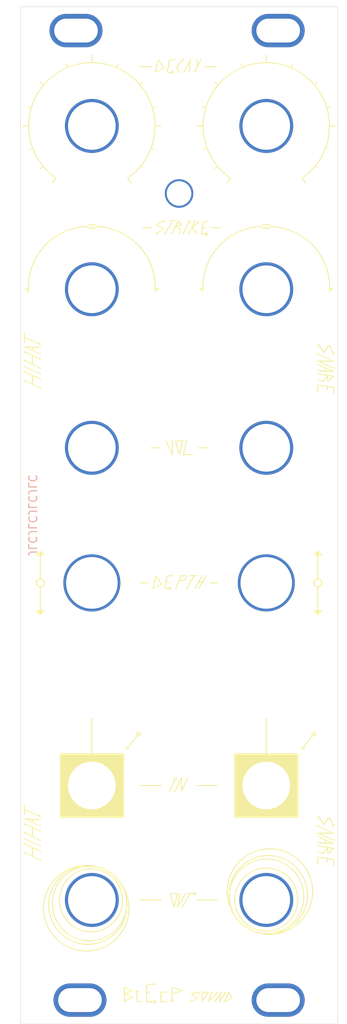
<source format=kicad_pcb>
(kicad_pcb (version 20211014) (generator pcbnew)
  (layers (0 "F.Cu" signal) (31 "B.Cu" signal) (34 "B.Paste" user) (35 "F.Paste" user) (36 "B.SilkS" user "B.Silkscreen") (37 "F.SilkS" user "F.Silkscreen") (38 "B.Mask" user) (39 "F.Mask" user) (44 "Edge.Cuts" user))
  (net 0 "")
  (footprint "Synth:Doepfer Mounting hole" (layer "F.Cu") (at 91.5 29)
    (fp_text reference "REF**" hide)
    (fp_text value "Doepfer Mounting hole")
    (pad "1" thru_hole oval locked (at 0 0) (size 6.7 4.2) (drill oval 5.5 3) (layers *.Cu *.Mask))
  )
  (footprint "Synth:Doepfer Mounting hole" (layer "F.Cu") (at 117 151)
    (fp_text reference "REF**" hide)
    (fp_text value "Doepfer Mounting hole")
    (pad "1" thru_hole oval locked (at 0 0) (size 6.7 4.2) (drill oval 5.5 3) (layers *.Cu *.Mask))
  )
  (footprint "Synth:Doepfer Mounting hole" (layer "F.Cu") (at 117 29)
    (fp_text reference "REF**" hide)
    (fp_text value "Doepfer Mounting hole")
    (pad "1" thru_hole oval locked (at 0 0) (size 6.7 4.2) (drill oval 5.5 3) (layers *.Cu *.Mask))
  )
  (footprint "Synth:Doepfer Mounting hole" (layer "F.Cu") (at 92 151)
    (fp_text reference "REF**" hide)
    (fp_text value "Doepfer Mounting hole")
    (pad "1" thru_hole oval locked (at 0 0) (size 6.7 4.2) (drill oval 5.5 3) (layers *.Cu *.Mask))
  )
  (gr_line (start 101.9 32.65) (end 101.5 34.25) (layer "F.SilkS") (width 0.12))
  (gr_circle (center 115.55 137.95) (end 112.55 134.35) (layer "F.SilkS") (width 0.12) (fill none))
  (gr_line (start 108.1 54.6) (end 107.9 54.4) (layer "F.SilkS") (width 0.12))
  (gr_line (start 99.4 117.5) (end 97.9 119.4) (layer "F.SilkS") (width 0.12))
  (gr_line (start 87 68.5) (end 86.8 68.6) (layer "F.SilkS") (width 0.12))
  (gr_line (start 123.6 38.572083) (end 123.14 38.712083) (layer "F.SilkS") (width 0.12))
  (gr_line (start 101.6 54.6) (end 101.8 54.6) (layer "F.SilkS") (width 0.12))
  (gr_line (start 101.5 34.25) (end 102.6 33.75) (layer "F.SilkS") (width 0.12))
  (gr_line (start 105.6 123) (end 105.5 123) (layer "F.SilkS") (width 0.12))
  (gr_line (start 85 128.8) (end 85 128.9) (layer "F.SilkS") (width 0.12))
  (gr_line (start 115.5 33.033694) (end 115.5 32.072083) (layer "F.SilkS") (width 0.12))
  (gr_line (start 102.7 99.2) (end 103.4 99.2) (layer "F.SilkS") (width 0.12))
  (gr_line (start 110.4 150) (end 110.2 150) (layer "F.SilkS") (width 0.12))
  (gr_line (start 115 53.45) (end 116 53.45) (layer "F.SilkS") (width 0.12))
  (gr_line (start 100.8 149) (end 101.6 149) (layer "F.SilkS") (width 0.12))
  (gr_line (start 87 129.7) (end 87 129.8) (layer "F.SilkS") (width 0.12))
  (gr_line (start 102.9 98) (end 102.7 99.2) (layer "F.SilkS") (width 0.12))
  (gr_line (start 124 72.5) (end 123.3 73.2) (layer "F.SilkS") (width 0.12))
  (gr_line (start 104.8 124.7) (end 105.6 123) (layer "F.SilkS") (width 0.12))
  (gr_line (start 102.2 150.6) (end 102.4 150.6) (layer "F.SilkS") (width 0.12))
  (gr_line (start 102.3 98.7) (end 101.6 97.6) (layer "F.SilkS") (width 0.12))
  (gr_line (start 85.513118 41) (end 84.741506 41) (layer "F.SilkS") (width 0.12))
  (gr_line (start 121.93 46.212083) (end 121.69 46.012083) (layer "F.SilkS") (width 0.12))
  (gr_line (start 106.1 53.9) (end 106.6 54.2) (layer "F.SilkS") (width 0.12))
  (gr_line (start 103.9 139.3) (end 103.4 137.6) (layer "F.SilkS") (width 0.12))
  (gr_line (start 124 129.1) (end 124.1 128.9) (layer "F.SilkS") (width 0.12))
  (gr_line (start 102.2 150) (end 102.2 151.2) (layer "F.SilkS") (width 0.12))
  (gr_line (start 86 131.8) (end 87 132.2) (layer "F.SilkS") (width 0.12))
  (gr_line (start 87 35.472083) (end 87.41 35.822083) (layer "F.SilkS") (width 0.12))
  (gr_line (start 103.6 151.2) (end 103.6 151) (layer "F.SilkS") (width 0.12))
  (gr_line (start 122 127.9) (end 122 128.1) (layer "F.SilkS") (width 0.12))
  (gr_line (start 103.5 99.2) (end 103.3 99.4) (layer "F.SilkS") (width 0.12))
  (gr_line (start 106.7 124) (end 109.4 124) (layer "F.SilkS") (width 0.12))
  (gr_line (start 104.1 123) (end 104.2 123.2) (layer "F.SilkS") (width 0.12))
  (gr_line (start 105.5 99.2) (end 105.7 99.1) (layer "F.SilkS") (width 0.12))
  (gr_line (start 102.6 52.9) (end 102.4 52.9) (layer "F.SilkS") (width 0.12))
  (gr_line (start 103.6 151.2) (end 103.8 151) (layer "F.SilkS") (width 0.12))
  (gr_line (start 122.7 132.5) (end 122 132.4) (layer "F.SilkS") (width 0.12))
  (gr_line (start 100.4 151.2) (end 101.6 151.2) (layer "F.SilkS") (width 0.12))
  (gr_circle (center 115.75 137.75) (end 113.95 133.15) (layer "F.SilkS") (width 0.12) (fill none))
  (gr_line (start 86 132.9) (end 86 131.8) (layer "F.SilkS") (width 0.12))
  (gr_line (start 108.4 98.5) (end 109.4 98.5) (layer "F.SilkS") (width 0.12))
  (gr_line (start 104 124.7) (end 103.9 124.7) (layer "F.SilkS") (width 0.12))
  (gr_line (start 85 129.9) (end 85 130) (layer "F.SilkS") (width 0.12))
  (gr_line (start 100.4 149.4) (end 100.4 151.2) (layer "F.SilkS") (width 0.12))
  (gr_line (start 124 71.9) (end 122 71) (layer "F.SilkS") (width 0.12))
  (gr_line (start 87 71.5) (end 87 71.6) (layer "F.SilkS") (width 0.12))
  (gr_arc (start 116 53.65) (mid 121.350137 56.011407) (end 123.5 61.45) (layer "F.SilkS") (width 0.12))
  (gr_line (start 102.85 80.65) (end 103.65 82.35) (layer "F.SilkS") (width 0.12))
  (gr_line (start 103.3 52.9) (end 104 52.9) (layer "F.SilkS") (width 0.12))
  (gr_poly (pts (xy 122 102.5) (xy 121.5 102) (xy 122.5 102)) (layer "F.SilkS") (width 0.1) (fill solid))
  (gr_line (start 90.3 33.172083) (end 90.49 33.622083) (layer "F.SilkS") (width 0.12))
  (gr_line (start 93 53.45) (end 94 53.45) (layer "F.SilkS") (width 0.12))
  (gr_line (start 98.6 149.8) (end 97.6 149.4) (layer "F.SilkS") (width 0.12))
  (gr_line (start 102.6 52.9) (end 102.6 53.1) (layer "F.SilkS") (width 0.12))
  (gr_line (start 103.5 99.2) (end 103.3 99) (layer "F.SilkS") (width 0.12))
  (gr_line (start 105.45 80.65) (end 105.35 80.65) (layer "F.SilkS") (width 0.12))
  (gr_line (start 102.3 138.4) (end 99.6 138.4) (layer "F.SilkS") (width 0.12))
  (gr_line (start 109.6 151.2) (end 110.4 150) (layer "F.SilkS") (width 0.12))
  (gr_line (start 101.6 54.6) (end 101.6 54.4) (layer "F.SilkS") (width 0.12))
  (gr_line (start 124 71.5) (end 122 70.6) (layer "F.SilkS") (width 0.12))
  (gr_line (start 123.2 131.8) (end 122.7 132.5) (layer "F.SilkS") (width 0.12))
  (gr_line (start 97.6 149.4) (end 97.6 151.2) (layer "F.SilkS") (width 0.12))
  (gr_line (start 85.4 38.572083) (end 85.86 38.712083) (layer "F.SilkS") (width 0.12))
  (gr_circle (center 115.95 137.35) (end 113.95 132.35) (layer "F.SilkS") (width 0.12) (fill none))
  (gr_line (start 86 72.4) (end 85 71.9) (layer "F.SilkS") (width 0.12))
  (gr_line (start 105.5 97.6) (end 105.2 98.2) (layer "F.SilkS") (width 0.12))
  (gr_line (start 121.89 35.472083) (end 121.54 35.792083) (layer "F.SilkS") (width 0.12))
  (gr_line (start 118.8 33.272083) (end 118.64 33.652083) (layer "F.SilkS") (width 0.12))
  (gr_line (start 85 67.6) (end 87 68.5) (layer "F.SilkS") (width 0.12))
  (gr_line (start 87 127.9) (end 86.9 127.7) (layer "F.SilkS") (width 0.12))
  (gr_line (start 98 47.572083) (end 98.45 48.182083) (layer "F.SilkS") (width 0.12))
  (gr_arc (start 102.9 98) (mid 103.017157 97.717157) (end 103.3 97.6) (layer "F.SilkS") (width 0.12))
  (gr_line (start 102.6 33.75) (end 101.9 32.65) (layer "F.SilkS") (width 0.12))
  (gr_line (start 105.7 54.6) (end 106.5 52.9) (layer "F.SilkS") (width 0.12))
  (gr_line (start 107.5 53.4) (end 107.3 54.6) (layer "F.SilkS") (width 0.12))
  (gr_line (start 106.4 97.6) (end 105.5 99.2) (layer "F.SilkS") (width 0.12))
  (gr_line (start 105.8 52.9) (end 105.9 53.1) (layer "F.SilkS") (width 0.12))
  (gr_circle (center 92.8 139.45) (end 94.8 144.45) (layer "F.SilkS") (width 0.12) (fill none))
  (gr_line (start 112.3 33.172083) (end 112.49 33.622083) (layer "F.SilkS") (width 0.12))
  (gr_line (start 105 32.65) (end 105.1 32.75) (layer "F.SilkS") (width 0.12))
  (gr_line (start 87 132.2) (end 87 132.3) (layer "F.SilkS") (width 0.12))
  (gr_line (start 87 72.8) (end 87 72.9) (layer "F.SilkS") (width 0.12))
  (gr_line (start 106.2 137.6) (end 106.6 137.6) (layer "F.SilkS") (width 0.12))
  (gr_line (start 107.4 151.2) (end 108.2 150) (layer "F.SilkS") (width 0.12))
  (gr_poly (pts (xy 87 102.5) (xy 86.5 102) (xy 87.5 102)) (layer "F.SilkS") (width 0.1) (fill solid))
  (gr_line (start 105.8 33.45) (end 105.5 33.45) (layer "F.SilkS") (width 0.12))
  (gr_line (start 87 99) (end 87 102) (layer "F.SilkS") (width 0.12))
  (gr_arc (start 85.5 61.45) (mid 87.634567 55.996699) (end 93 53.65) (layer "F.SilkS") (width 0.12))
  (gr_line (start 124 70.6) (end 122 70.6) (layer "F.SilkS") (width 0.12))
  (gr_line (start 124 72.5) (end 122 72.2) (layer "F.SilkS") (width 0.12))
  (gr_line (start 123.4 68.6) (end 122.8 69.5) (layer "F.SilkS") (width 0.12))
  (gr_line (start 106.7 138.4) (end 109.4 138.4) (layer "F.SilkS") (width 0.12))
  (gr_line (start 102.85 80.65) (end 102.75 80.65) (layer "F.SilkS") (width 0.12))
  (gr_circle (center 87 98.5) (end 87.5 98.5) (layer "F.SilkS") (width 0.15) (fill none))
  (gr_line (start 104.4 52.9) (end 103.6 54.6) (layer "F.SilkS") (width 0.12))
  (gr_line (start 102.2 150) (end 103 150) (layer "F.SilkS") (width 0.12))
  (gr_line (start 122 68.5) (end 122.2 68.5) (layer "F.SilkS") (width 0.12))
  (gr_line (start 102.2 151.2) (end 103 151.2) (layer "F.SilkS") (width 0.12))
  (gr_line (start 86 129.3) (end 87 129.7) (layer "F.SilkS") (width 0.12))
  (gr_poly (pts (xy 107.1 61.45) (xy 107.5 61.45) (xy 107.5 61.85)) (layer "F.SilkS") (width 0.12) (fill solid))
  (gr_line (start 99.2 151.2) (end 99.8 151.2) (layer "F.SilkS") (width 0.12))
  (gr_line (start 124 71.5) (end 124 71.4) (layer "F.SilkS") (width 0.12))
  (gr_line (start 103.8 34.25) (end 103.6 34.05) (layer "F.SilkS") (width 0.12))
  (gr_line (start 110.8 150) (end 111.2 150.8) (layer "F.SilkS") (width 0.12))
  (gr_line (start 104.8 123) (end 104.8 124.7) (layer "F.SilkS") (width 0.12))
  (gr_line (start 110.2 151.2) (end 111.2 150.8) (layer "F.SilkS") (width 0.12))
  (gr_line (start 124 130.9) (end 124 130.8) (layer "F.SilkS") (width 0.12))
  (gr_arc (start 111 47.572083) (mid 115.5 33.034934) (end 120 47.572083) (layer "F.SilkS") (width 0.12))
  (gr_line (start 124 131.9) (end 122 131.6) (layer "F.SilkS") (width 0.12))
  (gr_circle (center 121.5 117.5) (end 121.5 117.75) (layer "F.SilkS") (width 0.12) (fill none))
  (gr_line (start 106.8 33.55) (end 106.4 34.25) (layer "F.SilkS") (width 0.12))
  (gr_line (start 101 53.8) (end 99.9 53.8) (layer "F.SilkS") (width 0.12))
  (gr_line (start 85 127) (end 85 126.5) (layer "F.SilkS") (width 0.12))
  (gr_line (start 85 67.6) (end 85 67.1) (layer "F.SilkS") (width 0.12))
  (gr_line (start 101.6 151.2) (end 101.4 151.4) (layer "F.SilkS") (width 0.12))
  (gr_line (start 87 70.3) (end 87 70.4) (layer "F.SilkS") (width 0.12))
  (gr_circle (center 93.4 138.45) (end 96 141.45) (layer "F.SilkS") (width 0.12) (fill none))
  (gr_line (start 93 53.85) (end 94 53.85) (layer "F.SilkS") (width 0.12))
  (gr_line (start 124 131.3) (end 122 131.2) (layer "F.SilkS") (width 0.12))
  (gr_line (start 122 98) (end 122 95) (layer "F.SilkS") (width 0.12))
  (gr_line (start 123.2 72.4) (end 122.7 73.1) (layer "F.SilkS") (width 0.12))
  (gr_arc (start 94 53.65) (mid 99.350137 56.011407) (end 101.5 61.45) (layer "F.SilkS") (width 0.12))
  (gr_line (start 104.6 137.6) (end 104.3 139.3) (layer "F.SilkS") (width 0.12))
  (gr_line (start 85 67.6) (end 85 68.2) (layer "F.SilkS") (width 0.12))
  (gr_arc (start 100.4 149.4) (mid 100.517157 149.117157) (end 100.8 149) (layer "F.SilkS") (width 0.12))
  (gr_line (start 87 133.4) (end 87 133.5) (layer "F.SilkS") (width 0.12))
  (gr_line (start 103.3 124.7) (end 104.1 123) (layer "F.SilkS") (width 0.12))
  (gr_line (start 85 68.8) (end 87 69.7) (layer "F.SilkS") (width 0.12))
  (gr_line (start 124 69.7) (end 123.4 68.6) (layer "F.SilkS") (width 0.12))
  (gr_line (start 104.4 52.9) (end 104.8 53.5) (layer "F.SilkS") (width 0.12))
  (gr_line (start 85 129.9) (end 87 130.9) (layer "F.SilkS") (width 0.12))
  (gr_line (start 103.8 34.25) (end 103.6 34.45) (layer "F.SilkS") (width 0.12))
  (gr_line (start 109 35.472083) (end 109.41 35.822083) (layer "F.SilkS") (width 0.12))
  (gr_line (start 120 47.572083) (end 120.45 48.182083) (layer "F.SilkS") (width 0.12))
  (gr_line (start 124 73.9) (end 124 74.7) (layer "F.SilkS") (width 0.12))
  (gr_line (start 107.3 54.6) (end 108 54.6) (layer "F.SilkS") (width 0.12))
  (gr_line (start 124 71.9) (end 122 71.8) (layer "F.SilkS") (width 0.12))
  (gr_line (start 85 73) (end 85 73.1) (layer "F.SilkS") (width 0.12))
  (gr_poly (pts (xy 123.5 61.85) (xy 123.5 61.45) (xy 123.9 61.45)) (layer "F.SilkS") (width 0.12) (fill solid))
  (gr_line (start 123.2 73.8) (end 123.2 74.2) (layer "F.SilkS") (width 0.12))
  (gr_line (start 104.1 53.6) (end 104.7 54.1) (layer "F.SilkS") (width 0.12))
  (gr_line (start 89 47.572083) (end 88.54 48.162083) (layer "F.SilkS") (width 0.12))
  (gr_line (start 124 129.1) (end 123.4 128) (layer "F.SilkS") (width 0.12))
  (gr_line (start 103.4 151) (end 103.6 151.2) (layer "F.SilkS") (width 0.12))
  (gr_line (start 103.6 149.4) (end 105 149.8) (layer "F.SilkS") (width 0.12))
  (gr_line (start 105.9 32.65) (end 105.8 34.25) (layer "F.SilkS") (width 0.12))
  (gr_line (start 122 68.5) (end 122 68.7) (layer "F.SilkS") (width 0.12))
  (gr_line (start 109.8 150) (end 109 151.2) (layer "F.SilkS") (width 0.12))
  (gr_arc (start 107.5 53.4) (mid 107.617157 53.117157) (end 107.9 53) (layer "F.SilkS") (width 0.12))
  (gr_line (start 107 150) (end 107 150.2) (layer "F.SilkS") (width 0.12))
  (gr_line (start 101.5 41) (end 102.271612 41) (layer "F.SilkS") (width 0.12))
  (gr_line (start 107.9 97.6) (end 107 99.2) (layer "F.SilkS") (width 0.12))
  (gr_line (start 104.6 97.6) (end 105.5 97.6) (layer "F.SilkS") (width 0.12))
  (gr_line (start 93.5 121.75) (end 93.5 115.5) (layer "F.SilkS") (width 0.12))
  (gr_line (start 85 127) (end 85 127.6) (layer "F.SilkS") (width 0.12))
  (gr_line (start 109.4 150) (end 109.2 150) (layer "F.SilkS") (width 0.12))
  (gr_line (start 107.4 150) (end 107.4 151.2) (layer "F.SilkS") (width 0.12))
  (gr_line (start 107.9 53) (end 108.3 53) (layer "F.SilkS") (width 0.12))
  (gr_poly (pts (xy 101.5 61.85) (xy 101.5 61.45) (xy 101.9 61.45)) (layer "F.SilkS") (width 0.12) (fill solid))
  (gr_line (start 107.6 43.972083) (end 108.04 43.812083) (layer "F.SilkS") (width 0.12))
  (gr_line (start 120 119.4) (end 120.3 119.4) (layer "F.SilkS") (width 0.12))
  (gr_line (start 123.4 128) (end 122.8 128.9) (layer "F.SilkS") (width 0.12))
  (gr_line (start 101.6 97.6) (end 101.2 99.2) (layer "F.SilkS") (width 0.12))
  (gr_circle (center 93.2 138.85) (end 96.2 142.45) (layer "F.SilkS") (width 0.12) (fill none))
  (gr_line (start 123 71.85) (end 123 71.45) (layer "F.SilkS") (width 0.12))
  (gr_line (start 106 150.2) (end 106.8 150.8) (layer "F.SilkS") (width 0.12))
  (gr_line (start 106.4 34.25) (end 106.4 34.05) (layer "F.SilkS") (width 0.12))
  (gr_line (start 101.6 151.2) (end 101.4 151) (layer "F.SilkS") (width 0.12))
  (gr_line (start 111 47.572083) (end 110.54 48.162083) (layer "F.SilkS") (width 0.12))
  (gr_line (start 86 130.4) (end 86 129.3) (layer "F.SilkS") (width 0.12))
  (gr_line (start 103.65 82.35) (end 103.65 80.65) (layer "F.SilkS") (width 0.12))
  (gr_line (start 122 99) (end 122 102) (layer "F.SilkS") (width 0.12))
  (gr_line (start 123 131.25) (end 123 130.85) (layer "F.SilkS") (width 0.12))
  (gr_line (start 102.6 52.9) (end 101.6 53.5) (layer "F.SilkS") (width 0.12))
  (gr_line (start 106.8 98.4) (end 107.6 98.4) (layer "F.SilkS") (width 0.12))
  (gr_line (start 99.93 46.212083) (end 99.69 46.012083) (layer "F.SilkS") (width 0.12))
  (gr_line (start 97.6 150.2) (end 98.6 149.8) (layer "F.SilkS") (width 0.12))
  (gr_line (start 105 54.6) (end 105.8 52.9) (layer "F.SilkS") (width 0.12))
  (gr_line (start 107.4 38.572083) (end 107.86 38.712083) (layer "F.SilkS") (width 0.12))
  (gr_line (start 123.2 133.2) (end 123.2 133.6) (layer "F.SilkS") (width 0.12))
  (gr_line (start 124 70.6) (end 122 69.7) (layer "F.SilkS") (width 0.12))
  (gr_line (start 85 68.8) (end 87 68.9) (layer "F.SilkS") (width 0.12))
  (gr_line (start 102.05 81.5) (end 101 81.5) (layer "F.SilkS") (width 0.12))
  (gr_line (start 85 73) (end 87 74) (layer "F.SilkS") (width 0.12))
  (gr_line (start 99.2 149.8) (end 99 150) (layer "F.SilkS") (width 0.12))
  (gr_line (start 109 46.372083) (end 109.35 46.082083) (layer "F.SilkS") (width 0.12))
  (gr_arc (start 103.2 33.05) (mid 103.317157 32.767157) (end 103.6 32.65) (layer "F.SilkS") (width 0.12))
  (gr_line (start 105.45 80.65) (end 105.05 82.35) (layer "F.SilkS") (width 0.12))
  (gr_arc (start 89 47.572083) (mid 93.5 33.034934) (end 98 47.572083) (layer "F.SilkS") (width 0.12))
  (gr_line (start 115 53.85) (end 116 53.85) (layer "F.SilkS") (width 0.12))
  (gr_line (start 103.7 52.9) (end 102.7 54.6) (layer "F.SilkS") (width 0.12))
  (gr_poly (pts (xy 85.1 61.5) (xy 85.5 61.5) (xy 85.5 61.9)) (layer "F.SilkS") (width 0.12) (fill solid))
  (gr_line (start 106.6 137.6) (end 106.5 137.8) (layer "F.SilkS") (width 0.12))
  (gr_line (start 101.6 53.5) (end 102.6 53.9) (layer "F.SilkS") (width 0.12))
  (gr_line (start 104.05 80.65) (end 104.95 80.65) (layer "F.SilkS") (width 0.12))
  (gr_line (start 86 69.9) (end 85 69.4) (layer "F.SilkS") (width 0.12))
  (gr_line (start 86 128.3) (end 86 128.6) (layer "F.SilkS") (width 0.12))
  (gr_line (start 106.8 150.8) (end 106 151.2) (layer "F.SilkS") (width 0.12))
  (gr_line (start 85 128.2) (end 87 128.3) (layer "F.SilkS") (width 0.12))
  (gr_line (start 110.8 150) (end 110.2 151.2) (layer "F.SilkS") (width 0.12))
  (gr_line (start 107.4 97.6) (end 106.5 99.2) (layer "F.SilkS") (width 0.12))
  (gr_line (start 105 149.8) (end 103.6 150.2) (layer "F.SilkS") (width 0.12))
  (gr_circle (center 115.5 138.35) (end 112.9 135.35) (layer "F.SilkS") (width 0.12) (fill none))
  (gr_line (start 104.95 80.65) (end 104.55 82.35) (layer "F.SilkS") (width 0.12))
  (gr_line (start 106.8 33.55) (end 106.8 32.65) (layer "F.SilkS") (width 0.12))
  (gr_line (start 85 132.4) (end 85 132.5) (layer "F.SilkS") (width 0.12))
  (gr_line (start 87 130.9) (end 87 131) (layer "F.SilkS") (width 0.12))
  (gr_line (start 103.3 97.6) (end 103.7 97.6) (layer "F.SilkS") (width 0.12))
  (gr_circle (center 99.4 117.5) (end 99.4 117.75) (layer "F.SilkS") (width 0.12) (fill none))
  (gr_line (start 102.3 124) (end 99.6 124) (layer "F.SilkS") (width 0.12))
  (gr_line (start 104.8 97.6) (end 104.1 99.2) (layer "F.SilkS") (width 0.12))
  (gr_line (start 104.2 33.55) (end 104.5 34.25) (layer "F.SilkS") (width 0.12))
  (gr_line (start 107.7 33.55) (end 109.3 33.55) (layer "F.SilkS") (width 0.12))
  (gr_line (start 102.9 98.4) (end 103.2 98.4) (layer "F.SilkS") (width 0.12))
  (gr_line (start 99.2 149.8) (end 99.4 150) (layer "F.SilkS") (width 0.12))
  (gr_line (start 104.3 137.6) (end 103.9 139.3) (layer "F.SilkS") (width 0.12))
  (gr_line (start 106.6 137.6) (end 106.5 137.4) (layer "F.SilkS") (width 0.12))
  (gr_line (start 104.3 139.3) (end 105.3 137.6) (layer "F.SilkS") (width 0.12))
  (gr_line (start 99.89 35.472083) (end 99.54 35.792083) (layer "F.SilkS") (width 0.12))
  (gr_line (start 124 69.7) (end 124.1 69.5) (layer "F.SilkS") (width 0.12))
  (gr_line (start 124 133.3) (end 124 134.1) (layer "F.SilkS") (width 0.12))
  (gr_line (start 115.5 121.75) (end 115.5 115.5) (layer "F.SilkS") (width 0.12))
  (gr_line (start 123.3 43.872083) (end 122.99 43.762083) (layer "F.SilkS") (width 0.12))
  (gr_line (start 85 70.5) (end 87 71.5) (layer "F.SilkS") (width 0.12))
  (gr_line (start 86 73.5) (end 86 72.4) (layer "F.SilkS") (width 0.12))
  (gr_line (start 87 68.5) (end 86.9 68.3) (layer "F.SilkS") (width 0.12))
  (gr_line (start 123.3 132.6) (end 123.2 131.8) (layer "F.SilkS") (width 0.12))
  (gr_line (start 106.95 81.5) (end 108 81.5) (layer "F.SilkS") (width 0.12))
  (gr_line (start 103 34.25) (end 103.7 34.25) (layer "F.SilkS") (width 0.12))
  (gr_line (start 121.5 117.5) (end 120 119.4) (layer "F.SilkS") (width 0.12))
  (gr_line (start 123.5 41) (end 124.271612 41) (layer "F.SilkS") (width 0.12))
  (gr_line (start 103.2 33.05) (end 103 34.25) (layer "F.SilkS") (width 0.12))
  (gr_line (start 104.5 34.25) (end 104.6 34.15) (layer "F.SilkS") (width 0.12))
  (gr_line (start 104.8 53.5) (end 104.1 53.6) (layer "F.SilkS") (width 0.12))
  (gr_poly (pts (xy 97.5 128) (xy 89.5 128) (xy 89.5 120) (xy 97.5 120)) (layer "F.SilkS") (width 0.1) (fill solid))
  (gr_line (start 107 150) (end 106 150.2) (layer "F.SilkS") (width 0.12))
  (gr_line (start 108.2 151.2) (end 109.4 150) (layer "F.SilkS") (width 0.12))
  (gr_line (start 85 69.4) (end 85 69.5) (layer "F.SilkS") (width 0.12))
  (gr_line (start 120 119.4) (end 120 119.1) (layer "F.SilkS") (width 0.12))
  (gr_poly (pts (xy 87.5 95) (xy 86.5 95) (xy 87 94.5)) (layer "F.SilkS") (width 0.1) (fill solid))
  (gr_line (start 86 72.4) (end 87 72.8) (layer "F.SilkS") (width 0.12))
  (gr_line (start 85 70.5) (end 85 70.6) (layer "F.SilkS") (width 0.12))
  (gr_line (start 122 73.6) (end 124 73.9) (layer "F.SilkS") (width 0.12))
  (gr_line (start 98.6 150.6) (end 97.6 150.2) (layer "F.SilkS") (width 0.12))
  (gr_circle (center 122 98.5) (end 122.5 98.5) (layer "F.SilkS") (width 0.15) (fill none))
  (gr_line (start 87 127.9) (end 86.8 128) (layer "F.SilkS") (width 0.12))
  (gr_line (start 105.8 52.9) (end 105.6 53) (layer "F.SilkS") (width 0.12))
  (gr_line (start 122 129.1) (end 122 129) (layer "F.SilkS") (width 0.12))
  (gr_arc (start 107.5 61.45) (mid 109.634567 55.996699) (end 115 53.65) (layer "F.SilkS") (width 0.12))
  (gr_line (start 103.6 149.4) (end 103.6 151.2) (layer "F.SilkS") (width 0.12))
  (gr_line (start 106.4 34.25) (end 106.6 34.15) (layer "F.SilkS") (width 0.12))
  (gr_line (start 105.9 97.6) (end 106.8 97.6) (layer "F.SilkS") (width 0.12))
  (gr_line (start 100.6 98.5) (end 99.6 98.5) (layer "F.SilkS") (width 0.12))
  (gr_line (start 86 129.3) (end 85 128.8) (layer "F.SilkS") (width 0.12))
  (gr_line (start 122.7 73.1) (end 122 73) (layer "F.SilkS") (width 0.12))
  (gr_line (start 85 127) (end 87 127.9) (layer "F.SilkS") (width 0.12))
  (gr_line (start 85.6 43.972083) (end 86.04 43.812083) (layer "F.SilkS") (width 0.12))
  (gr_line (start 124 129.1) (end 123.8 129.1) (layer "F.SilkS") (width 0.12))
  (gr_line (start 108.2 150) (end 107.4 150) (layer "F.SilkS") (width 0.12))
  (gr_line (start 97.9 119.4) (end 98.2 119.4) (layer "F.SilkS") (width 0.12))
  (gr_line (start 96.8 33.272083) (end 96.64 33.652083) (layer "F.SilkS") (width 0.12))
  (gr_line (start 124 131.9) (end 123.3 132.6) (layer "F.SilkS") (width 0.12))
  (gr_line (start 99.2 149.8) (end 99.2 151.2) (layer "F.SilkS") (width 0.12))
  (gr_line (start 104.1 123) (end 103.9 123.1) (layer "F.SilkS") (width 0.12))
  (gr_line (start 104.55 82.35) (end 104.05 80.65) (layer "F.SilkS") (width 0.12))
  (gr_line (start 108.1 54.6) (end 107.9 54.8) (layer "F.SilkS") (width 0.12))
  (gr_line (start 87 46.372083) (end 87.35 46.082083) (layer "F.SilkS") (width 0.12))
  (gr_line (start 101.2 99.2) (end 102.3 98.7) (layer "F.SilkS") (width 0.12))
  (gr_line (start 85 71.3) (end 87 72.2) (layer "F.SilkS") (width 0.12))
  (gr_line (start 123.3 73.2) (end 123.2 72.4) (layer "F.SilkS") (width 0.12))
  (gr_line (start 122.8 69.5) (end 122 68.5) (layer "F.SilkS") (width 0.12))
  (gr_line (start 104 124.7) (end 104.8 123) (layer "F.SilkS") (width 0.12))
  (gr_line (start 124 69.7) (end 123.8 69.7) (layer "F.SilkS") (width 0.12))
  (gr_line (start 122 133) (end 124 133.3) (layer "F.SilkS") (width 0.12))
  (gr_line (start 109.8 150) (end 109.6 151.2) (layer "F.SilkS") (width 0.12))
  (gr_line (start 86 71) (end 86 69.9) (layer "F.SilkS") (width 0.12))
  (gr_line (start 122 127.9) (end 122.2 127.9) (layer "F.SilkS") (width 0.12))
  (gr_line (start 105.5 99.2) (end 105.5 99) (layer "F.SilkS") (width 0.12))
  (gr_line (start 108.6 53.8) (end 109.7 53.8) (layer "F.SilkS") (width 0.12))
  (gr_line (start 106 151.2) (end 106 151) (layer "F.SilkS") (width 0.12))
  (gr_line (start 105.05 82.35) (end 106.15 82.35) (layer "F.SilkS") (width 0.12))
  (gr_line (start 85 132.4) (end 87 133.4) (layer "F.SilkS") (width 0.12))
  (gr_line (start 100.4 150) (end 100.8 150) (layer "F.SilkS") (width 0.12))
  (gr_line (start 105.5 137.6) (end 106.2 137.6) (layer "F.SilkS") (width 0.12))
  (gr_line (start 122 69.7) (end 122 69.6) (layer "F.SilkS") (width 0.12))
  (gr_line (start 85 131.3) (end 85 131.4) (layer "F.SilkS") (width 0.12))
  (gr_line (start 105.2 98.2) (end 104.4 98.2) (layer "F.SilkS") (width 0.12))
  (gr_line (start 87 98) (end 87 95) (layer "F.SilkS") (width 0.12))
  (gr_line (start 124 130) (end 122 130) (layer "F.SilkS") (width 0.12))
  (gr_line (start 86 69.9) (end 87 70.3) (layer "F.SilkS") (width 0.12))
  (gr_line (start 86 131.8) (end 85 131.3) (layer "F.SilkS") (width 0.12))
  (gr_line (start 124 131.3) (end 122 130.4) (layer "F.SilkS") (width 0.12))
  (gr_line (start 101.3 43.872083) (end 100.99 43.762083) (layer "F.SilkS") (width 0.12))
  (gr_line (start 85 128.2) (end 87 129.1) (layer "F.SilkS") (width 0.12))
  (gr_circle (center 93 139.05) (end 94.8 143.65) (layer "F.SilkS") (width 0.12) (fill none))
  (gr_line (start 103.65 80.65) (end 103.55 80.65) (layer "F.SilkS") (width 0.12))
  (gr_line (start 97.6 151.2) (end 98.6 150.6) (layer "F.SilkS") (width 0.12))
  (gr_line (start 85 71.9) (end 85 72) (layer "F.SilkS") (width 0.12))
  (gr_line (start 108.6 150) (end 108.2 151.2) (layer "F.SilkS") (width 0.12))
  (gr_line (start 105 32.65) (end 104.2 33.55) (layer "F.SilkS") (width 0.12))
  (gr_line (start 122 133) (end 122 133.9) (layer "F.SilkS") (width 0.12))
  (gr_line (start 105.9 32.65) (end 105.1 34.25) (layer "F.SilkS") (width 0.12))
  (gr_line (start 86 68.9) (end 86 69.2) (layer "F.SilkS") (width 0.12))
  (gr_line (start 124 130) (end 122 129.1) (layer "F.SilkS") (width 0.12))
  (gr_line (start 108.6 150) (end 108.4 150) (layer "F.SilkS") (width 0.12))
  (gr_line (start 106.6 54.2) (end 106.6 54.6) (layer "F.SilkS") (width 0.12))
  (gr_line (start 122.8 128.9) (end 122 127.9) (layer "F.SilkS") (width 0.12))
  (gr_line (start 107.5 41) (end 106.728388 41) (layer "F.SilkS") (width 0.12))
  (gr_line (start 103.6 32.65) (end 104 32.65) (layer "F.SilkS") (width 0.12))
  (gr_line (start 87 74) (end 87 74.1) (layer "F.SilkS") (width 0.12))
  (gr_line (start 102.6 53.9) (end 101.6 54.6) (layer "F.SilkS") (width 0.12))
  (gr_line (start 122 73.6) (end 122 74.5) (layer "F.SilkS") (width 0.12))
  (gr_line (start 93.5 33.033694) (end 93.5 32.072083) (layer "F.SilkS") (width 0.12))
  (gr_poly (pts (xy 122.5 95) (xy 121.5 95) (xy 122 94.5)) (layer "F.SilkS") (width 0.1) (fill solid))
  (gr_line (start 124 130.9) (end 122 130) (layer "F.SilkS") (width 0.12))
  (gr_line (start 109 151.2) (end 109.2 151.2) (layer "F.SilkS") (width 0.12))
  (gr_line (start 104.7 54.1) (end 104.5 54.6) (layer "F.SilkS") (width 0.12))
  (gr_line (start 85 130.7) (end 87 131.6) (layer "F.SilkS") (width 0.12))
  (gr_line (start 107.5 53.8) (end 107.8 53.8) (layer "F.SilkS") (width 0.12))
  (gr_line (start 103.4 137.6) (end 104.3 137.6) (layer "F.SilkS") (width 0.12))
  (gr_line (start 97.9 119.4) (end 97.9 119.1) (layer "F.SilkS") (width 0.12))
  (gr_line (start 106.1 53.9) (end 107 53) (layer "F.SilkS") (width 0.12))
  (gr_line (start 103.2 33.45) (end 103.5 33.45) (layer "F.SilkS") (width 0.12))
  (gr_poly (pts (xy 119.5 128) (xy 111.5 128) (xy 111.5 120) (xy 119.5 120)) (layer "F.SilkS") (width 0.1) (fill solid))
  (gr_line (start 101.6 38.572083) (end 101.14 38.712083) (layer "F.SilkS") (width 0.12))
  (gr_line (start 105.9 137.6) (end 104.9 139.3) (layer "F.SilkS") (width 0.12))
  (gr_line (start 106.8 33.55) (end 107.3 32.65) (layer "F.SilkS") (width 0.12))
  (gr_line (start 101.1 33.55) (end 99.5 33.55) (layer "F.SilkS") (width 0.12))
  (gr_line (start 124.5 154) (end 84.5 154) (layer "Edge.Cuts") (width 0.05))
  (gr_line (start 84.5 26) (end 124.5 26) (layer "Edge.Cuts") (width 0.05))
  (gr_line (start 124.5 26) (end 124.5 154) (layer "Edge.Cuts") (width 0.05))
  (gr_line (start 84.5 26) (end 84.499999 149.500001) (layer "Edge.Cuts") (width 0.05))
  (gr_line (start 84.5 154) (end 84.499999 149.500001) (layer "Edge.Cuts") (width 0.05))
  (gr_text "JLCJLCJLCJLC\n" (at 86 90 -90) (layer "B.SilkS") (effects (font (size 1 1)) (justify mirror)))
  (via (at 93.5 98.5) (size 7.2) (drill 6.5) (layers "F.Cu" "B.Cu") (net 0))
  (via (at 93.5 81.5) (size 6.8) (drill 6) (layers "F.Cu" "B.Cu") (net 0))
  (via (at 93.5 124) (size 6.8) (drill 6) (layers "F.Cu" "B.Cu") (net 0))
  (via (at 115.5 61.55) (size 6.8) (drill 6) (layers "F.Cu" "B.Cu") (net 0))
  (via (at 115.5 81.5) (size 6.8) (drill 6) (layers "F.Cu" "B.Cu") (net 0))
  (via (at 104.5 49.5) (size 3.6) (drill 3.1) (layers "F.Cu" "B.Cu") (net 0))
  (via (at 115.5 138.4) (size 6.8) (drill 6) (layers "F.Cu" "B.Cu") (net 0))
  (via (at 115.5 41) (size 6.8) (drill 6) (layers "F.Cu" "B.Cu") (net 0))
  (via (at 93.5 61.55) (size 6.8) (drill 6) (layers "F.Cu" "B.Cu") (net 0))
  (via (at 115.5 98.5) (size 7.2) (drill 6.5) (layers "F.Cu" "B.Cu") (net 0))
  (via (at 93.5 138.4) (size 6.8) (drill 6) (layers "F.Cu" "B.Cu") (net 0))
  (via (at 115.5 124) (size 6.8) (drill 6) (layers "F.Cu" "B.Cu") (net 0))
  (via (at 93.5 41) (size 6.8) (drill 6) (layers "F.Cu" "B.Cu") (net 0))
)
</source>
